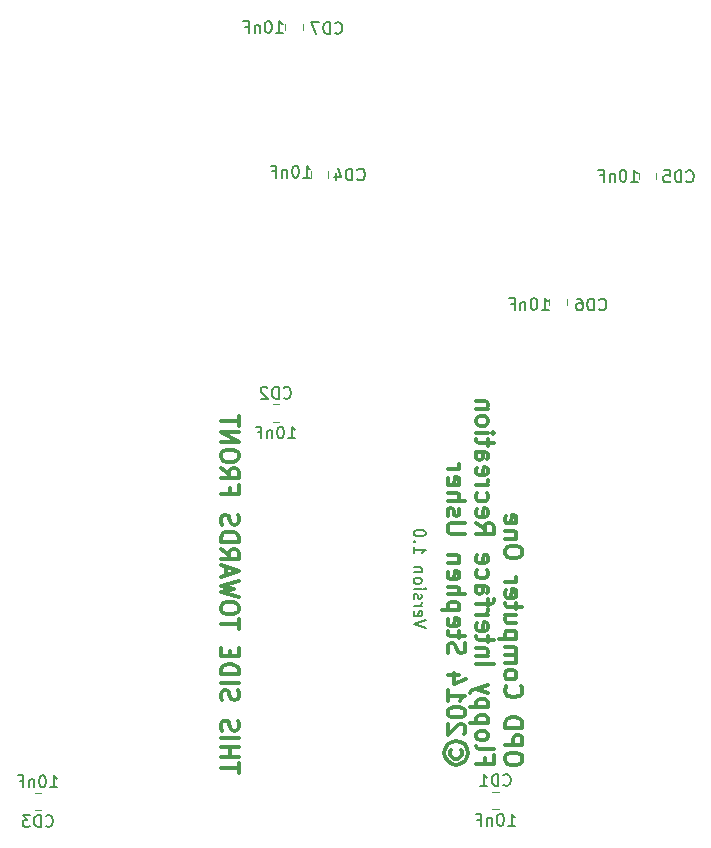
<source format=gbr>
%TF.GenerationSoftware,KiCad,Pcbnew,8.0.3*%
%TF.CreationDate,2024-07-14T11:05:28+01:00*%
%TF.ProjectId,OPD-Computer-One-Disk-Interface,4f50442d-436f-46d7-9075-7465722d4f6e,rev?*%
%TF.SameCoordinates,Original*%
%TF.FileFunction,Legend,Bot*%
%TF.FilePolarity,Positive*%
%FSLAX46Y46*%
G04 Gerber Fmt 4.6, Leading zero omitted, Abs format (unit mm)*
G04 Created by KiCad (PCBNEW 8.0.3) date 2024-07-14 11:05:28*
%MOMM*%
%LPD*%
G01*
G04 APERTURE LIST*
%ADD10C,0.150000*%
%ADD11C,0.300000*%
%ADD12C,0.375000*%
%ADD13C,0.120000*%
G04 APERTURE END LIST*
D10*
X104430180Y-88606077D02*
X103430180Y-88272744D01*
X103430180Y-88272744D02*
X104430180Y-87939411D01*
X103477800Y-87225125D02*
X103430180Y-87320363D01*
X103430180Y-87320363D02*
X103430180Y-87510839D01*
X103430180Y-87510839D02*
X103477800Y-87606077D01*
X103477800Y-87606077D02*
X103573038Y-87653696D01*
X103573038Y-87653696D02*
X103953990Y-87653696D01*
X103953990Y-87653696D02*
X104049228Y-87606077D01*
X104049228Y-87606077D02*
X104096847Y-87510839D01*
X104096847Y-87510839D02*
X104096847Y-87320363D01*
X104096847Y-87320363D02*
X104049228Y-87225125D01*
X104049228Y-87225125D02*
X103953990Y-87177506D01*
X103953990Y-87177506D02*
X103858752Y-87177506D01*
X103858752Y-87177506D02*
X103763514Y-87653696D01*
X103430180Y-86748934D02*
X104096847Y-86748934D01*
X103906371Y-86748934D02*
X104001609Y-86701315D01*
X104001609Y-86701315D02*
X104049228Y-86653696D01*
X104049228Y-86653696D02*
X104096847Y-86558458D01*
X104096847Y-86558458D02*
X104096847Y-86463220D01*
X103477800Y-86177505D02*
X103430180Y-86082267D01*
X103430180Y-86082267D02*
X103430180Y-85891791D01*
X103430180Y-85891791D02*
X103477800Y-85796553D01*
X103477800Y-85796553D02*
X103573038Y-85748934D01*
X103573038Y-85748934D02*
X103620657Y-85748934D01*
X103620657Y-85748934D02*
X103715895Y-85796553D01*
X103715895Y-85796553D02*
X103763514Y-85891791D01*
X103763514Y-85891791D02*
X103763514Y-86034648D01*
X103763514Y-86034648D02*
X103811133Y-86129886D01*
X103811133Y-86129886D02*
X103906371Y-86177505D01*
X103906371Y-86177505D02*
X103953990Y-86177505D01*
X103953990Y-86177505D02*
X104049228Y-86129886D01*
X104049228Y-86129886D02*
X104096847Y-86034648D01*
X104096847Y-86034648D02*
X104096847Y-85891791D01*
X104096847Y-85891791D02*
X104049228Y-85796553D01*
X103430180Y-85320362D02*
X104096847Y-85320362D01*
X104430180Y-85320362D02*
X104382561Y-85367981D01*
X104382561Y-85367981D02*
X104334942Y-85320362D01*
X104334942Y-85320362D02*
X104382561Y-85272743D01*
X104382561Y-85272743D02*
X104430180Y-85320362D01*
X104430180Y-85320362D02*
X104334942Y-85320362D01*
X103430180Y-84701315D02*
X103477800Y-84796553D01*
X103477800Y-84796553D02*
X103525419Y-84844172D01*
X103525419Y-84844172D02*
X103620657Y-84891791D01*
X103620657Y-84891791D02*
X103906371Y-84891791D01*
X103906371Y-84891791D02*
X104001609Y-84844172D01*
X104001609Y-84844172D02*
X104049228Y-84796553D01*
X104049228Y-84796553D02*
X104096847Y-84701315D01*
X104096847Y-84701315D02*
X104096847Y-84558458D01*
X104096847Y-84558458D02*
X104049228Y-84463220D01*
X104049228Y-84463220D02*
X104001609Y-84415601D01*
X104001609Y-84415601D02*
X103906371Y-84367982D01*
X103906371Y-84367982D02*
X103620657Y-84367982D01*
X103620657Y-84367982D02*
X103525419Y-84415601D01*
X103525419Y-84415601D02*
X103477800Y-84463220D01*
X103477800Y-84463220D02*
X103430180Y-84558458D01*
X103430180Y-84558458D02*
X103430180Y-84701315D01*
X104096847Y-83939410D02*
X103430180Y-83939410D01*
X104001609Y-83939410D02*
X104049228Y-83891791D01*
X104049228Y-83891791D02*
X104096847Y-83796553D01*
X104096847Y-83796553D02*
X104096847Y-83653696D01*
X104096847Y-83653696D02*
X104049228Y-83558458D01*
X104049228Y-83558458D02*
X103953990Y-83510839D01*
X103953990Y-83510839D02*
X103430180Y-83510839D01*
X103430180Y-81748934D02*
X103430180Y-82320362D01*
X103430180Y-82034648D02*
X104430180Y-82034648D01*
X104430180Y-82034648D02*
X104287323Y-82129886D01*
X104287323Y-82129886D02*
X104192085Y-82225124D01*
X104192085Y-82225124D02*
X104144466Y-82320362D01*
X103525419Y-81320362D02*
X103477800Y-81272743D01*
X103477800Y-81272743D02*
X103430180Y-81320362D01*
X103430180Y-81320362D02*
X103477800Y-81367981D01*
X103477800Y-81367981D02*
X103525419Y-81320362D01*
X103525419Y-81320362D02*
X103430180Y-81320362D01*
X104430180Y-80653696D02*
X104430180Y-80558458D01*
X104430180Y-80558458D02*
X104382561Y-80463220D01*
X104382561Y-80463220D02*
X104334942Y-80415601D01*
X104334942Y-80415601D02*
X104239704Y-80367982D01*
X104239704Y-80367982D02*
X104049228Y-80320363D01*
X104049228Y-80320363D02*
X103811133Y-80320363D01*
X103811133Y-80320363D02*
X103620657Y-80367982D01*
X103620657Y-80367982D02*
X103525419Y-80415601D01*
X103525419Y-80415601D02*
X103477800Y-80463220D01*
X103477800Y-80463220D02*
X103430180Y-80558458D01*
X103430180Y-80558458D02*
X103430180Y-80653696D01*
X103430180Y-80653696D02*
X103477800Y-80748934D01*
X103477800Y-80748934D02*
X103525419Y-80796553D01*
X103525419Y-80796553D02*
X103620657Y-80844172D01*
X103620657Y-80844172D02*
X103811133Y-80891791D01*
X103811133Y-80891791D02*
X104049228Y-80891791D01*
X104049228Y-80891791D02*
X104239704Y-80844172D01*
X104239704Y-80844172D02*
X104334942Y-80796553D01*
X104334942Y-80796553D02*
X104382561Y-80748934D01*
X104382561Y-80748934D02*
X104430180Y-80653696D01*
D11*
X112629003Y-99859774D02*
X112629003Y-99574060D01*
X112629003Y-99574060D02*
X112557574Y-99431203D01*
X112557574Y-99431203D02*
X112414717Y-99288346D01*
X112414717Y-99288346D02*
X112129003Y-99216917D01*
X112129003Y-99216917D02*
X111629003Y-99216917D01*
X111629003Y-99216917D02*
X111343289Y-99288346D01*
X111343289Y-99288346D02*
X111200432Y-99431203D01*
X111200432Y-99431203D02*
X111129003Y-99574060D01*
X111129003Y-99574060D02*
X111129003Y-99859774D01*
X111129003Y-99859774D02*
X111200432Y-100002632D01*
X111200432Y-100002632D02*
X111343289Y-100145489D01*
X111343289Y-100145489D02*
X111629003Y-100216917D01*
X111629003Y-100216917D02*
X112129003Y-100216917D01*
X112129003Y-100216917D02*
X112414717Y-100145489D01*
X112414717Y-100145489D02*
X112557574Y-100002632D01*
X112557574Y-100002632D02*
X112629003Y-99859774D01*
X111129003Y-98574060D02*
X112629003Y-98574060D01*
X112629003Y-98574060D02*
X112629003Y-98002631D01*
X112629003Y-98002631D02*
X112557574Y-97859774D01*
X112557574Y-97859774D02*
X112486146Y-97788345D01*
X112486146Y-97788345D02*
X112343289Y-97716917D01*
X112343289Y-97716917D02*
X112129003Y-97716917D01*
X112129003Y-97716917D02*
X111986146Y-97788345D01*
X111986146Y-97788345D02*
X111914717Y-97859774D01*
X111914717Y-97859774D02*
X111843289Y-98002631D01*
X111843289Y-98002631D02*
X111843289Y-98574060D01*
X111129003Y-97074060D02*
X112629003Y-97074060D01*
X112629003Y-97074060D02*
X112629003Y-96716917D01*
X112629003Y-96716917D02*
X112557574Y-96502631D01*
X112557574Y-96502631D02*
X112414717Y-96359774D01*
X112414717Y-96359774D02*
X112271860Y-96288345D01*
X112271860Y-96288345D02*
X111986146Y-96216917D01*
X111986146Y-96216917D02*
X111771860Y-96216917D01*
X111771860Y-96216917D02*
X111486146Y-96288345D01*
X111486146Y-96288345D02*
X111343289Y-96359774D01*
X111343289Y-96359774D02*
X111200432Y-96502631D01*
X111200432Y-96502631D02*
X111129003Y-96716917D01*
X111129003Y-96716917D02*
X111129003Y-97074060D01*
X111271860Y-93574060D02*
X111200432Y-93645488D01*
X111200432Y-93645488D02*
X111129003Y-93859774D01*
X111129003Y-93859774D02*
X111129003Y-94002631D01*
X111129003Y-94002631D02*
X111200432Y-94216917D01*
X111200432Y-94216917D02*
X111343289Y-94359774D01*
X111343289Y-94359774D02*
X111486146Y-94431203D01*
X111486146Y-94431203D02*
X111771860Y-94502631D01*
X111771860Y-94502631D02*
X111986146Y-94502631D01*
X111986146Y-94502631D02*
X112271860Y-94431203D01*
X112271860Y-94431203D02*
X112414717Y-94359774D01*
X112414717Y-94359774D02*
X112557574Y-94216917D01*
X112557574Y-94216917D02*
X112629003Y-94002631D01*
X112629003Y-94002631D02*
X112629003Y-93859774D01*
X112629003Y-93859774D02*
X112557574Y-93645488D01*
X112557574Y-93645488D02*
X112486146Y-93574060D01*
X111129003Y-92716917D02*
X111200432Y-92859774D01*
X111200432Y-92859774D02*
X111271860Y-92931203D01*
X111271860Y-92931203D02*
X111414717Y-93002631D01*
X111414717Y-93002631D02*
X111843289Y-93002631D01*
X111843289Y-93002631D02*
X111986146Y-92931203D01*
X111986146Y-92931203D02*
X112057574Y-92859774D01*
X112057574Y-92859774D02*
X112129003Y-92716917D01*
X112129003Y-92716917D02*
X112129003Y-92502631D01*
X112129003Y-92502631D02*
X112057574Y-92359774D01*
X112057574Y-92359774D02*
X111986146Y-92288346D01*
X111986146Y-92288346D02*
X111843289Y-92216917D01*
X111843289Y-92216917D02*
X111414717Y-92216917D01*
X111414717Y-92216917D02*
X111271860Y-92288346D01*
X111271860Y-92288346D02*
X111200432Y-92359774D01*
X111200432Y-92359774D02*
X111129003Y-92502631D01*
X111129003Y-92502631D02*
X111129003Y-92716917D01*
X111129003Y-91574060D02*
X112129003Y-91574060D01*
X111986146Y-91574060D02*
X112057574Y-91502631D01*
X112057574Y-91502631D02*
X112129003Y-91359774D01*
X112129003Y-91359774D02*
X112129003Y-91145488D01*
X112129003Y-91145488D02*
X112057574Y-91002631D01*
X112057574Y-91002631D02*
X111914717Y-90931203D01*
X111914717Y-90931203D02*
X111129003Y-90931203D01*
X111914717Y-90931203D02*
X112057574Y-90859774D01*
X112057574Y-90859774D02*
X112129003Y-90716917D01*
X112129003Y-90716917D02*
X112129003Y-90502631D01*
X112129003Y-90502631D02*
X112057574Y-90359774D01*
X112057574Y-90359774D02*
X111914717Y-90288345D01*
X111914717Y-90288345D02*
X111129003Y-90288345D01*
X112129003Y-89574060D02*
X110629003Y-89574060D01*
X112057574Y-89574060D02*
X112129003Y-89431203D01*
X112129003Y-89431203D02*
X112129003Y-89145488D01*
X112129003Y-89145488D02*
X112057574Y-89002631D01*
X112057574Y-89002631D02*
X111986146Y-88931203D01*
X111986146Y-88931203D02*
X111843289Y-88859774D01*
X111843289Y-88859774D02*
X111414717Y-88859774D01*
X111414717Y-88859774D02*
X111271860Y-88931203D01*
X111271860Y-88931203D02*
X111200432Y-89002631D01*
X111200432Y-89002631D02*
X111129003Y-89145488D01*
X111129003Y-89145488D02*
X111129003Y-89431203D01*
X111129003Y-89431203D02*
X111200432Y-89574060D01*
X112129003Y-87574060D02*
X111129003Y-87574060D01*
X112129003Y-88216917D02*
X111343289Y-88216917D01*
X111343289Y-88216917D02*
X111200432Y-88145488D01*
X111200432Y-88145488D02*
X111129003Y-88002631D01*
X111129003Y-88002631D02*
X111129003Y-87788345D01*
X111129003Y-87788345D02*
X111200432Y-87645488D01*
X111200432Y-87645488D02*
X111271860Y-87574060D01*
X112129003Y-87074059D02*
X112129003Y-86502631D01*
X112629003Y-86859774D02*
X111343289Y-86859774D01*
X111343289Y-86859774D02*
X111200432Y-86788345D01*
X111200432Y-86788345D02*
X111129003Y-86645488D01*
X111129003Y-86645488D02*
X111129003Y-86502631D01*
X111200432Y-85431202D02*
X111129003Y-85574059D01*
X111129003Y-85574059D02*
X111129003Y-85859774D01*
X111129003Y-85859774D02*
X111200432Y-86002631D01*
X111200432Y-86002631D02*
X111343289Y-86074059D01*
X111343289Y-86074059D02*
X111914717Y-86074059D01*
X111914717Y-86074059D02*
X112057574Y-86002631D01*
X112057574Y-86002631D02*
X112129003Y-85859774D01*
X112129003Y-85859774D02*
X112129003Y-85574059D01*
X112129003Y-85574059D02*
X112057574Y-85431202D01*
X112057574Y-85431202D02*
X111914717Y-85359774D01*
X111914717Y-85359774D02*
X111771860Y-85359774D01*
X111771860Y-85359774D02*
X111629003Y-86074059D01*
X111129003Y-84716917D02*
X112129003Y-84716917D01*
X111843289Y-84716917D02*
X111986146Y-84645488D01*
X111986146Y-84645488D02*
X112057574Y-84574060D01*
X112057574Y-84574060D02*
X112129003Y-84431202D01*
X112129003Y-84431202D02*
X112129003Y-84288345D01*
X112629003Y-82359774D02*
X112629003Y-82074060D01*
X112629003Y-82074060D02*
X112557574Y-81931203D01*
X112557574Y-81931203D02*
X112414717Y-81788346D01*
X112414717Y-81788346D02*
X112129003Y-81716917D01*
X112129003Y-81716917D02*
X111629003Y-81716917D01*
X111629003Y-81716917D02*
X111343289Y-81788346D01*
X111343289Y-81788346D02*
X111200432Y-81931203D01*
X111200432Y-81931203D02*
X111129003Y-82074060D01*
X111129003Y-82074060D02*
X111129003Y-82359774D01*
X111129003Y-82359774D02*
X111200432Y-82502632D01*
X111200432Y-82502632D02*
X111343289Y-82645489D01*
X111343289Y-82645489D02*
X111629003Y-82716917D01*
X111629003Y-82716917D02*
X112129003Y-82716917D01*
X112129003Y-82716917D02*
X112414717Y-82645489D01*
X112414717Y-82645489D02*
X112557574Y-82502632D01*
X112557574Y-82502632D02*
X112629003Y-82359774D01*
X112129003Y-81074060D02*
X111129003Y-81074060D01*
X111986146Y-81074060D02*
X112057574Y-81002631D01*
X112057574Y-81002631D02*
X112129003Y-80859774D01*
X112129003Y-80859774D02*
X112129003Y-80645488D01*
X112129003Y-80645488D02*
X112057574Y-80502631D01*
X112057574Y-80502631D02*
X111914717Y-80431203D01*
X111914717Y-80431203D02*
X111129003Y-80431203D01*
X111200432Y-79145488D02*
X111129003Y-79288345D01*
X111129003Y-79288345D02*
X111129003Y-79574060D01*
X111129003Y-79574060D02*
X111200432Y-79716917D01*
X111200432Y-79716917D02*
X111343289Y-79788345D01*
X111343289Y-79788345D02*
X111914717Y-79788345D01*
X111914717Y-79788345D02*
X112057574Y-79716917D01*
X112057574Y-79716917D02*
X112129003Y-79574060D01*
X112129003Y-79574060D02*
X112129003Y-79288345D01*
X112129003Y-79288345D02*
X112057574Y-79145488D01*
X112057574Y-79145488D02*
X111914717Y-79074060D01*
X111914717Y-79074060D02*
X111771860Y-79074060D01*
X111771860Y-79074060D02*
X111629003Y-79788345D01*
X109499801Y-99645489D02*
X109499801Y-100145489D01*
X108714087Y-100145489D02*
X110214087Y-100145489D01*
X110214087Y-100145489D02*
X110214087Y-99431203D01*
X108714087Y-98645489D02*
X108785516Y-98788346D01*
X108785516Y-98788346D02*
X108928373Y-98859775D01*
X108928373Y-98859775D02*
X110214087Y-98859775D01*
X108714087Y-97859775D02*
X108785516Y-98002632D01*
X108785516Y-98002632D02*
X108856944Y-98074061D01*
X108856944Y-98074061D02*
X108999801Y-98145489D01*
X108999801Y-98145489D02*
X109428373Y-98145489D01*
X109428373Y-98145489D02*
X109571230Y-98074061D01*
X109571230Y-98074061D02*
X109642658Y-98002632D01*
X109642658Y-98002632D02*
X109714087Y-97859775D01*
X109714087Y-97859775D02*
X109714087Y-97645489D01*
X109714087Y-97645489D02*
X109642658Y-97502632D01*
X109642658Y-97502632D02*
X109571230Y-97431204D01*
X109571230Y-97431204D02*
X109428373Y-97359775D01*
X109428373Y-97359775D02*
X108999801Y-97359775D01*
X108999801Y-97359775D02*
X108856944Y-97431204D01*
X108856944Y-97431204D02*
X108785516Y-97502632D01*
X108785516Y-97502632D02*
X108714087Y-97645489D01*
X108714087Y-97645489D02*
X108714087Y-97859775D01*
X109714087Y-96716918D02*
X108214087Y-96716918D01*
X109642658Y-96716918D02*
X109714087Y-96574061D01*
X109714087Y-96574061D02*
X109714087Y-96288346D01*
X109714087Y-96288346D02*
X109642658Y-96145489D01*
X109642658Y-96145489D02*
X109571230Y-96074061D01*
X109571230Y-96074061D02*
X109428373Y-96002632D01*
X109428373Y-96002632D02*
X108999801Y-96002632D01*
X108999801Y-96002632D02*
X108856944Y-96074061D01*
X108856944Y-96074061D02*
X108785516Y-96145489D01*
X108785516Y-96145489D02*
X108714087Y-96288346D01*
X108714087Y-96288346D02*
X108714087Y-96574061D01*
X108714087Y-96574061D02*
X108785516Y-96716918D01*
X109714087Y-95359775D02*
X108214087Y-95359775D01*
X109642658Y-95359775D02*
X109714087Y-95216918D01*
X109714087Y-95216918D02*
X109714087Y-94931203D01*
X109714087Y-94931203D02*
X109642658Y-94788346D01*
X109642658Y-94788346D02*
X109571230Y-94716918D01*
X109571230Y-94716918D02*
X109428373Y-94645489D01*
X109428373Y-94645489D02*
X108999801Y-94645489D01*
X108999801Y-94645489D02*
X108856944Y-94716918D01*
X108856944Y-94716918D02*
X108785516Y-94788346D01*
X108785516Y-94788346D02*
X108714087Y-94931203D01*
X108714087Y-94931203D02*
X108714087Y-95216918D01*
X108714087Y-95216918D02*
X108785516Y-95359775D01*
X109714087Y-94145489D02*
X108714087Y-93788346D01*
X109714087Y-93431203D02*
X108714087Y-93788346D01*
X108714087Y-93788346D02*
X108356944Y-93931203D01*
X108356944Y-93931203D02*
X108285516Y-94002632D01*
X108285516Y-94002632D02*
X108214087Y-94145489D01*
X108714087Y-91716918D02*
X110214087Y-91716918D01*
X109714087Y-91002632D02*
X108714087Y-91002632D01*
X109571230Y-91002632D02*
X109642658Y-90931203D01*
X109642658Y-90931203D02*
X109714087Y-90788346D01*
X109714087Y-90788346D02*
X109714087Y-90574060D01*
X109714087Y-90574060D02*
X109642658Y-90431203D01*
X109642658Y-90431203D02*
X109499801Y-90359775D01*
X109499801Y-90359775D02*
X108714087Y-90359775D01*
X109714087Y-89859774D02*
X109714087Y-89288346D01*
X110214087Y-89645489D02*
X108928373Y-89645489D01*
X108928373Y-89645489D02*
X108785516Y-89574060D01*
X108785516Y-89574060D02*
X108714087Y-89431203D01*
X108714087Y-89431203D02*
X108714087Y-89288346D01*
X108785516Y-88216917D02*
X108714087Y-88359774D01*
X108714087Y-88359774D02*
X108714087Y-88645489D01*
X108714087Y-88645489D02*
X108785516Y-88788346D01*
X108785516Y-88788346D02*
X108928373Y-88859774D01*
X108928373Y-88859774D02*
X109499801Y-88859774D01*
X109499801Y-88859774D02*
X109642658Y-88788346D01*
X109642658Y-88788346D02*
X109714087Y-88645489D01*
X109714087Y-88645489D02*
X109714087Y-88359774D01*
X109714087Y-88359774D02*
X109642658Y-88216917D01*
X109642658Y-88216917D02*
X109499801Y-88145489D01*
X109499801Y-88145489D02*
X109356944Y-88145489D01*
X109356944Y-88145489D02*
X109214087Y-88859774D01*
X108714087Y-87502632D02*
X109714087Y-87502632D01*
X109428373Y-87502632D02*
X109571230Y-87431203D01*
X109571230Y-87431203D02*
X109642658Y-87359775D01*
X109642658Y-87359775D02*
X109714087Y-87216917D01*
X109714087Y-87216917D02*
X109714087Y-87074060D01*
X109714087Y-86788346D02*
X109714087Y-86216918D01*
X108714087Y-86574061D02*
X109999801Y-86574061D01*
X109999801Y-86574061D02*
X110142658Y-86502632D01*
X110142658Y-86502632D02*
X110214087Y-86359775D01*
X110214087Y-86359775D02*
X110214087Y-86216918D01*
X108714087Y-85074061D02*
X109499801Y-85074061D01*
X109499801Y-85074061D02*
X109642658Y-85145489D01*
X109642658Y-85145489D02*
X109714087Y-85288346D01*
X109714087Y-85288346D02*
X109714087Y-85574061D01*
X109714087Y-85574061D02*
X109642658Y-85716918D01*
X108785516Y-85074061D02*
X108714087Y-85216918D01*
X108714087Y-85216918D02*
X108714087Y-85574061D01*
X108714087Y-85574061D02*
X108785516Y-85716918D01*
X108785516Y-85716918D02*
X108928373Y-85788346D01*
X108928373Y-85788346D02*
X109071230Y-85788346D01*
X109071230Y-85788346D02*
X109214087Y-85716918D01*
X109214087Y-85716918D02*
X109285516Y-85574061D01*
X109285516Y-85574061D02*
X109285516Y-85216918D01*
X109285516Y-85216918D02*
X109356944Y-85074061D01*
X108785516Y-83716918D02*
X108714087Y-83859775D01*
X108714087Y-83859775D02*
X108714087Y-84145489D01*
X108714087Y-84145489D02*
X108785516Y-84288346D01*
X108785516Y-84288346D02*
X108856944Y-84359775D01*
X108856944Y-84359775D02*
X108999801Y-84431203D01*
X108999801Y-84431203D02*
X109428373Y-84431203D01*
X109428373Y-84431203D02*
X109571230Y-84359775D01*
X109571230Y-84359775D02*
X109642658Y-84288346D01*
X109642658Y-84288346D02*
X109714087Y-84145489D01*
X109714087Y-84145489D02*
X109714087Y-83859775D01*
X109714087Y-83859775D02*
X109642658Y-83716918D01*
X108785516Y-82502632D02*
X108714087Y-82645489D01*
X108714087Y-82645489D02*
X108714087Y-82931204D01*
X108714087Y-82931204D02*
X108785516Y-83074061D01*
X108785516Y-83074061D02*
X108928373Y-83145489D01*
X108928373Y-83145489D02*
X109499801Y-83145489D01*
X109499801Y-83145489D02*
X109642658Y-83074061D01*
X109642658Y-83074061D02*
X109714087Y-82931204D01*
X109714087Y-82931204D02*
X109714087Y-82645489D01*
X109714087Y-82645489D02*
X109642658Y-82502632D01*
X109642658Y-82502632D02*
X109499801Y-82431204D01*
X109499801Y-82431204D02*
X109356944Y-82431204D01*
X109356944Y-82431204D02*
X109214087Y-83145489D01*
X108714087Y-79788347D02*
X109428373Y-80288347D01*
X108714087Y-80645490D02*
X110214087Y-80645490D01*
X110214087Y-80645490D02*
X110214087Y-80074061D01*
X110214087Y-80074061D02*
X110142658Y-79931204D01*
X110142658Y-79931204D02*
X110071230Y-79859775D01*
X110071230Y-79859775D02*
X109928373Y-79788347D01*
X109928373Y-79788347D02*
X109714087Y-79788347D01*
X109714087Y-79788347D02*
X109571230Y-79859775D01*
X109571230Y-79859775D02*
X109499801Y-79931204D01*
X109499801Y-79931204D02*
X109428373Y-80074061D01*
X109428373Y-80074061D02*
X109428373Y-80645490D01*
X108785516Y-78574061D02*
X108714087Y-78716918D01*
X108714087Y-78716918D02*
X108714087Y-79002633D01*
X108714087Y-79002633D02*
X108785516Y-79145490D01*
X108785516Y-79145490D02*
X108928373Y-79216918D01*
X108928373Y-79216918D02*
X109499801Y-79216918D01*
X109499801Y-79216918D02*
X109642658Y-79145490D01*
X109642658Y-79145490D02*
X109714087Y-79002633D01*
X109714087Y-79002633D02*
X109714087Y-78716918D01*
X109714087Y-78716918D02*
X109642658Y-78574061D01*
X109642658Y-78574061D02*
X109499801Y-78502633D01*
X109499801Y-78502633D02*
X109356944Y-78502633D01*
X109356944Y-78502633D02*
X109214087Y-79216918D01*
X108785516Y-77216919D02*
X108714087Y-77359776D01*
X108714087Y-77359776D02*
X108714087Y-77645490D01*
X108714087Y-77645490D02*
X108785516Y-77788347D01*
X108785516Y-77788347D02*
X108856944Y-77859776D01*
X108856944Y-77859776D02*
X108999801Y-77931204D01*
X108999801Y-77931204D02*
X109428373Y-77931204D01*
X109428373Y-77931204D02*
X109571230Y-77859776D01*
X109571230Y-77859776D02*
X109642658Y-77788347D01*
X109642658Y-77788347D02*
X109714087Y-77645490D01*
X109714087Y-77645490D02*
X109714087Y-77359776D01*
X109714087Y-77359776D02*
X109642658Y-77216919D01*
X108714087Y-76574062D02*
X109714087Y-76574062D01*
X109428373Y-76574062D02*
X109571230Y-76502633D01*
X109571230Y-76502633D02*
X109642658Y-76431205D01*
X109642658Y-76431205D02*
X109714087Y-76288347D01*
X109714087Y-76288347D02*
X109714087Y-76145490D01*
X108785516Y-75074062D02*
X108714087Y-75216919D01*
X108714087Y-75216919D02*
X108714087Y-75502634D01*
X108714087Y-75502634D02*
X108785516Y-75645491D01*
X108785516Y-75645491D02*
X108928373Y-75716919D01*
X108928373Y-75716919D02*
X109499801Y-75716919D01*
X109499801Y-75716919D02*
X109642658Y-75645491D01*
X109642658Y-75645491D02*
X109714087Y-75502634D01*
X109714087Y-75502634D02*
X109714087Y-75216919D01*
X109714087Y-75216919D02*
X109642658Y-75074062D01*
X109642658Y-75074062D02*
X109499801Y-75002634D01*
X109499801Y-75002634D02*
X109356944Y-75002634D01*
X109356944Y-75002634D02*
X109214087Y-75716919D01*
X108714087Y-73716920D02*
X109499801Y-73716920D01*
X109499801Y-73716920D02*
X109642658Y-73788348D01*
X109642658Y-73788348D02*
X109714087Y-73931205D01*
X109714087Y-73931205D02*
X109714087Y-74216920D01*
X109714087Y-74216920D02*
X109642658Y-74359777D01*
X108785516Y-73716920D02*
X108714087Y-73859777D01*
X108714087Y-73859777D02*
X108714087Y-74216920D01*
X108714087Y-74216920D02*
X108785516Y-74359777D01*
X108785516Y-74359777D02*
X108928373Y-74431205D01*
X108928373Y-74431205D02*
X109071230Y-74431205D01*
X109071230Y-74431205D02*
X109214087Y-74359777D01*
X109214087Y-74359777D02*
X109285516Y-74216920D01*
X109285516Y-74216920D02*
X109285516Y-73859777D01*
X109285516Y-73859777D02*
X109356944Y-73716920D01*
X109714087Y-73216919D02*
X109714087Y-72645491D01*
X110214087Y-73002634D02*
X108928373Y-73002634D01*
X108928373Y-73002634D02*
X108785516Y-72931205D01*
X108785516Y-72931205D02*
X108714087Y-72788348D01*
X108714087Y-72788348D02*
X108714087Y-72645491D01*
X108714087Y-72145491D02*
X109714087Y-72145491D01*
X110214087Y-72145491D02*
X110142658Y-72216919D01*
X110142658Y-72216919D02*
X110071230Y-72145491D01*
X110071230Y-72145491D02*
X110142658Y-72074062D01*
X110142658Y-72074062D02*
X110214087Y-72145491D01*
X110214087Y-72145491D02*
X110071230Y-72145491D01*
X108714087Y-71216919D02*
X108785516Y-71359776D01*
X108785516Y-71359776D02*
X108856944Y-71431205D01*
X108856944Y-71431205D02*
X108999801Y-71502633D01*
X108999801Y-71502633D02*
X109428373Y-71502633D01*
X109428373Y-71502633D02*
X109571230Y-71431205D01*
X109571230Y-71431205D02*
X109642658Y-71359776D01*
X109642658Y-71359776D02*
X109714087Y-71216919D01*
X109714087Y-71216919D02*
X109714087Y-71002633D01*
X109714087Y-71002633D02*
X109642658Y-70859776D01*
X109642658Y-70859776D02*
X109571230Y-70788348D01*
X109571230Y-70788348D02*
X109428373Y-70716919D01*
X109428373Y-70716919D02*
X108999801Y-70716919D01*
X108999801Y-70716919D02*
X108856944Y-70788348D01*
X108856944Y-70788348D02*
X108785516Y-70859776D01*
X108785516Y-70859776D02*
X108714087Y-71002633D01*
X108714087Y-71002633D02*
X108714087Y-71216919D01*
X109714087Y-70074062D02*
X108714087Y-70074062D01*
X109571230Y-70074062D02*
X109642658Y-70002633D01*
X109642658Y-70002633D02*
X109714087Y-69859776D01*
X109714087Y-69859776D02*
X109714087Y-69645490D01*
X109714087Y-69645490D02*
X109642658Y-69502633D01*
X109642658Y-69502633D02*
X109499801Y-69431205D01*
X109499801Y-69431205D02*
X108714087Y-69431205D01*
X107442028Y-98931203D02*
X107513457Y-99074060D01*
X107513457Y-99074060D02*
X107513457Y-99359774D01*
X107513457Y-99359774D02*
X107442028Y-99502632D01*
X107442028Y-99502632D02*
X107299171Y-99645489D01*
X107299171Y-99645489D02*
X107156314Y-99716917D01*
X107156314Y-99716917D02*
X106870600Y-99716917D01*
X106870600Y-99716917D02*
X106727742Y-99645489D01*
X106727742Y-99645489D02*
X106584885Y-99502632D01*
X106584885Y-99502632D02*
X106513457Y-99359774D01*
X106513457Y-99359774D02*
X106513457Y-99074060D01*
X106513457Y-99074060D02*
X106584885Y-98931203D01*
X108013457Y-99216917D02*
X107942028Y-99574060D01*
X107942028Y-99574060D02*
X107727742Y-99931203D01*
X107727742Y-99931203D02*
X107370600Y-100145489D01*
X107370600Y-100145489D02*
X107013457Y-100216917D01*
X107013457Y-100216917D02*
X106656314Y-100145489D01*
X106656314Y-100145489D02*
X106299171Y-99931203D01*
X106299171Y-99931203D02*
X106084885Y-99574060D01*
X106084885Y-99574060D02*
X106013457Y-99216917D01*
X106013457Y-99216917D02*
X106084885Y-98859774D01*
X106084885Y-98859774D02*
X106299171Y-98502632D01*
X106299171Y-98502632D02*
X106656314Y-98288346D01*
X106656314Y-98288346D02*
X107013457Y-98216917D01*
X107013457Y-98216917D02*
X107370600Y-98288346D01*
X107370600Y-98288346D02*
X107727742Y-98502632D01*
X107727742Y-98502632D02*
X107942028Y-98859774D01*
X107942028Y-98859774D02*
X108013457Y-99216917D01*
X107656314Y-97645488D02*
X107727742Y-97574060D01*
X107727742Y-97574060D02*
X107799171Y-97431203D01*
X107799171Y-97431203D02*
X107799171Y-97074060D01*
X107799171Y-97074060D02*
X107727742Y-96931203D01*
X107727742Y-96931203D02*
X107656314Y-96859774D01*
X107656314Y-96859774D02*
X107513457Y-96788345D01*
X107513457Y-96788345D02*
X107370600Y-96788345D01*
X107370600Y-96788345D02*
X107156314Y-96859774D01*
X107156314Y-96859774D02*
X106299171Y-97716917D01*
X106299171Y-97716917D02*
X106299171Y-96788345D01*
X107799171Y-95859774D02*
X107799171Y-95716917D01*
X107799171Y-95716917D02*
X107727742Y-95574060D01*
X107727742Y-95574060D02*
X107656314Y-95502632D01*
X107656314Y-95502632D02*
X107513457Y-95431203D01*
X107513457Y-95431203D02*
X107227742Y-95359774D01*
X107227742Y-95359774D02*
X106870600Y-95359774D01*
X106870600Y-95359774D02*
X106584885Y-95431203D01*
X106584885Y-95431203D02*
X106442028Y-95502632D01*
X106442028Y-95502632D02*
X106370600Y-95574060D01*
X106370600Y-95574060D02*
X106299171Y-95716917D01*
X106299171Y-95716917D02*
X106299171Y-95859774D01*
X106299171Y-95859774D02*
X106370600Y-96002632D01*
X106370600Y-96002632D02*
X106442028Y-96074060D01*
X106442028Y-96074060D02*
X106584885Y-96145489D01*
X106584885Y-96145489D02*
X106870600Y-96216917D01*
X106870600Y-96216917D02*
X107227742Y-96216917D01*
X107227742Y-96216917D02*
X107513457Y-96145489D01*
X107513457Y-96145489D02*
X107656314Y-96074060D01*
X107656314Y-96074060D02*
X107727742Y-96002632D01*
X107727742Y-96002632D02*
X107799171Y-95859774D01*
X106299171Y-93931203D02*
X106299171Y-94788346D01*
X106299171Y-94359775D02*
X107799171Y-94359775D01*
X107799171Y-94359775D02*
X107584885Y-94502632D01*
X107584885Y-94502632D02*
X107442028Y-94645489D01*
X107442028Y-94645489D02*
X107370600Y-94788346D01*
X107299171Y-92645490D02*
X106299171Y-92645490D01*
X107870600Y-93002632D02*
X106799171Y-93359775D01*
X106799171Y-93359775D02*
X106799171Y-92431204D01*
X106370600Y-90788347D02*
X106299171Y-90574062D01*
X106299171Y-90574062D02*
X106299171Y-90216919D01*
X106299171Y-90216919D02*
X106370600Y-90074062D01*
X106370600Y-90074062D02*
X106442028Y-90002633D01*
X106442028Y-90002633D02*
X106584885Y-89931204D01*
X106584885Y-89931204D02*
X106727742Y-89931204D01*
X106727742Y-89931204D02*
X106870600Y-90002633D01*
X106870600Y-90002633D02*
X106942028Y-90074062D01*
X106942028Y-90074062D02*
X107013457Y-90216919D01*
X107013457Y-90216919D02*
X107084885Y-90502633D01*
X107084885Y-90502633D02*
X107156314Y-90645490D01*
X107156314Y-90645490D02*
X107227742Y-90716919D01*
X107227742Y-90716919D02*
X107370600Y-90788347D01*
X107370600Y-90788347D02*
X107513457Y-90788347D01*
X107513457Y-90788347D02*
X107656314Y-90716919D01*
X107656314Y-90716919D02*
X107727742Y-90645490D01*
X107727742Y-90645490D02*
X107799171Y-90502633D01*
X107799171Y-90502633D02*
X107799171Y-90145490D01*
X107799171Y-90145490D02*
X107727742Y-89931204D01*
X107299171Y-89502633D02*
X107299171Y-88931205D01*
X107799171Y-89288348D02*
X106513457Y-89288348D01*
X106513457Y-89288348D02*
X106370600Y-89216919D01*
X106370600Y-89216919D02*
X106299171Y-89074062D01*
X106299171Y-89074062D02*
X106299171Y-88931205D01*
X106370600Y-87859776D02*
X106299171Y-88002633D01*
X106299171Y-88002633D02*
X106299171Y-88288348D01*
X106299171Y-88288348D02*
X106370600Y-88431205D01*
X106370600Y-88431205D02*
X106513457Y-88502633D01*
X106513457Y-88502633D02*
X107084885Y-88502633D01*
X107084885Y-88502633D02*
X107227742Y-88431205D01*
X107227742Y-88431205D02*
X107299171Y-88288348D01*
X107299171Y-88288348D02*
X107299171Y-88002633D01*
X107299171Y-88002633D02*
X107227742Y-87859776D01*
X107227742Y-87859776D02*
X107084885Y-87788348D01*
X107084885Y-87788348D02*
X106942028Y-87788348D01*
X106942028Y-87788348D02*
X106799171Y-88502633D01*
X107299171Y-87145491D02*
X105799171Y-87145491D01*
X107227742Y-87145491D02*
X107299171Y-87002634D01*
X107299171Y-87002634D02*
X107299171Y-86716919D01*
X107299171Y-86716919D02*
X107227742Y-86574062D01*
X107227742Y-86574062D02*
X107156314Y-86502634D01*
X107156314Y-86502634D02*
X107013457Y-86431205D01*
X107013457Y-86431205D02*
X106584885Y-86431205D01*
X106584885Y-86431205D02*
X106442028Y-86502634D01*
X106442028Y-86502634D02*
X106370600Y-86574062D01*
X106370600Y-86574062D02*
X106299171Y-86716919D01*
X106299171Y-86716919D02*
X106299171Y-87002634D01*
X106299171Y-87002634D02*
X106370600Y-87145491D01*
X106299171Y-85788348D02*
X107799171Y-85788348D01*
X106299171Y-85145491D02*
X107084885Y-85145491D01*
X107084885Y-85145491D02*
X107227742Y-85216919D01*
X107227742Y-85216919D02*
X107299171Y-85359776D01*
X107299171Y-85359776D02*
X107299171Y-85574062D01*
X107299171Y-85574062D02*
X107227742Y-85716919D01*
X107227742Y-85716919D02*
X107156314Y-85788348D01*
X106370600Y-83859776D02*
X106299171Y-84002633D01*
X106299171Y-84002633D02*
X106299171Y-84288348D01*
X106299171Y-84288348D02*
X106370600Y-84431205D01*
X106370600Y-84431205D02*
X106513457Y-84502633D01*
X106513457Y-84502633D02*
X107084885Y-84502633D01*
X107084885Y-84502633D02*
X107227742Y-84431205D01*
X107227742Y-84431205D02*
X107299171Y-84288348D01*
X107299171Y-84288348D02*
X107299171Y-84002633D01*
X107299171Y-84002633D02*
X107227742Y-83859776D01*
X107227742Y-83859776D02*
X107084885Y-83788348D01*
X107084885Y-83788348D02*
X106942028Y-83788348D01*
X106942028Y-83788348D02*
X106799171Y-84502633D01*
X107299171Y-83145491D02*
X106299171Y-83145491D01*
X107156314Y-83145491D02*
X107227742Y-83074062D01*
X107227742Y-83074062D02*
X107299171Y-82931205D01*
X107299171Y-82931205D02*
X107299171Y-82716919D01*
X107299171Y-82716919D02*
X107227742Y-82574062D01*
X107227742Y-82574062D02*
X107084885Y-82502634D01*
X107084885Y-82502634D02*
X106299171Y-82502634D01*
X107799171Y-80645491D02*
X106584885Y-80645491D01*
X106584885Y-80645491D02*
X106442028Y-80574062D01*
X106442028Y-80574062D02*
X106370600Y-80502634D01*
X106370600Y-80502634D02*
X106299171Y-80359776D01*
X106299171Y-80359776D02*
X106299171Y-80074062D01*
X106299171Y-80074062D02*
X106370600Y-79931205D01*
X106370600Y-79931205D02*
X106442028Y-79859776D01*
X106442028Y-79859776D02*
X106584885Y-79788348D01*
X106584885Y-79788348D02*
X107799171Y-79788348D01*
X106370600Y-79145490D02*
X106299171Y-79002633D01*
X106299171Y-79002633D02*
X106299171Y-78716919D01*
X106299171Y-78716919D02*
X106370600Y-78574062D01*
X106370600Y-78574062D02*
X106513457Y-78502633D01*
X106513457Y-78502633D02*
X106584885Y-78502633D01*
X106584885Y-78502633D02*
X106727742Y-78574062D01*
X106727742Y-78574062D02*
X106799171Y-78716919D01*
X106799171Y-78716919D02*
X106799171Y-78931205D01*
X106799171Y-78931205D02*
X106870600Y-79074062D01*
X106870600Y-79074062D02*
X107013457Y-79145490D01*
X107013457Y-79145490D02*
X107084885Y-79145490D01*
X107084885Y-79145490D02*
X107227742Y-79074062D01*
X107227742Y-79074062D02*
X107299171Y-78931205D01*
X107299171Y-78931205D02*
X107299171Y-78716919D01*
X107299171Y-78716919D02*
X107227742Y-78574062D01*
X106299171Y-77859776D02*
X107799171Y-77859776D01*
X106299171Y-77216919D02*
X107084885Y-77216919D01*
X107084885Y-77216919D02*
X107227742Y-77288347D01*
X107227742Y-77288347D02*
X107299171Y-77431204D01*
X107299171Y-77431204D02*
X107299171Y-77645490D01*
X107299171Y-77645490D02*
X107227742Y-77788347D01*
X107227742Y-77788347D02*
X107156314Y-77859776D01*
X106370600Y-75931204D02*
X106299171Y-76074061D01*
X106299171Y-76074061D02*
X106299171Y-76359776D01*
X106299171Y-76359776D02*
X106370600Y-76502633D01*
X106370600Y-76502633D02*
X106513457Y-76574061D01*
X106513457Y-76574061D02*
X107084885Y-76574061D01*
X107084885Y-76574061D02*
X107227742Y-76502633D01*
X107227742Y-76502633D02*
X107299171Y-76359776D01*
X107299171Y-76359776D02*
X107299171Y-76074061D01*
X107299171Y-76074061D02*
X107227742Y-75931204D01*
X107227742Y-75931204D02*
X107084885Y-75859776D01*
X107084885Y-75859776D02*
X106942028Y-75859776D01*
X106942028Y-75859776D02*
X106799171Y-76574061D01*
X106299171Y-75216919D02*
X107299171Y-75216919D01*
X107013457Y-75216919D02*
X107156314Y-75145490D01*
X107156314Y-75145490D02*
X107227742Y-75074062D01*
X107227742Y-75074062D02*
X107299171Y-74931204D01*
X107299171Y-74931204D02*
X107299171Y-74788347D01*
D12*
X88603071Y-100910432D02*
X88603071Y-100053290D01*
X87103071Y-100481861D02*
X88603071Y-100481861D01*
X87103071Y-99553290D02*
X88603071Y-99553290D01*
X87888785Y-99553290D02*
X87888785Y-98696147D01*
X87103071Y-98696147D02*
X88603071Y-98696147D01*
X87103071Y-97981861D02*
X88603071Y-97981861D01*
X87174500Y-97339003D02*
X87103071Y-97124718D01*
X87103071Y-97124718D02*
X87103071Y-96767575D01*
X87103071Y-96767575D02*
X87174500Y-96624718D01*
X87174500Y-96624718D02*
X87245928Y-96553289D01*
X87245928Y-96553289D02*
X87388785Y-96481860D01*
X87388785Y-96481860D02*
X87531642Y-96481860D01*
X87531642Y-96481860D02*
X87674500Y-96553289D01*
X87674500Y-96553289D02*
X87745928Y-96624718D01*
X87745928Y-96624718D02*
X87817357Y-96767575D01*
X87817357Y-96767575D02*
X87888785Y-97053289D01*
X87888785Y-97053289D02*
X87960214Y-97196146D01*
X87960214Y-97196146D02*
X88031642Y-97267575D01*
X88031642Y-97267575D02*
X88174500Y-97339003D01*
X88174500Y-97339003D02*
X88317357Y-97339003D01*
X88317357Y-97339003D02*
X88460214Y-97267575D01*
X88460214Y-97267575D02*
X88531642Y-97196146D01*
X88531642Y-97196146D02*
X88603071Y-97053289D01*
X88603071Y-97053289D02*
X88603071Y-96696146D01*
X88603071Y-96696146D02*
X88531642Y-96481860D01*
X87174500Y-94767575D02*
X87103071Y-94553290D01*
X87103071Y-94553290D02*
X87103071Y-94196147D01*
X87103071Y-94196147D02*
X87174500Y-94053290D01*
X87174500Y-94053290D02*
X87245928Y-93981861D01*
X87245928Y-93981861D02*
X87388785Y-93910432D01*
X87388785Y-93910432D02*
X87531642Y-93910432D01*
X87531642Y-93910432D02*
X87674500Y-93981861D01*
X87674500Y-93981861D02*
X87745928Y-94053290D01*
X87745928Y-94053290D02*
X87817357Y-94196147D01*
X87817357Y-94196147D02*
X87888785Y-94481861D01*
X87888785Y-94481861D02*
X87960214Y-94624718D01*
X87960214Y-94624718D02*
X88031642Y-94696147D01*
X88031642Y-94696147D02*
X88174500Y-94767575D01*
X88174500Y-94767575D02*
X88317357Y-94767575D01*
X88317357Y-94767575D02*
X88460214Y-94696147D01*
X88460214Y-94696147D02*
X88531642Y-94624718D01*
X88531642Y-94624718D02*
X88603071Y-94481861D01*
X88603071Y-94481861D02*
X88603071Y-94124718D01*
X88603071Y-94124718D02*
X88531642Y-93910432D01*
X87103071Y-93267576D02*
X88603071Y-93267576D01*
X87103071Y-92553290D02*
X88603071Y-92553290D01*
X88603071Y-92553290D02*
X88603071Y-92196147D01*
X88603071Y-92196147D02*
X88531642Y-91981861D01*
X88531642Y-91981861D02*
X88388785Y-91839004D01*
X88388785Y-91839004D02*
X88245928Y-91767575D01*
X88245928Y-91767575D02*
X87960214Y-91696147D01*
X87960214Y-91696147D02*
X87745928Y-91696147D01*
X87745928Y-91696147D02*
X87460214Y-91767575D01*
X87460214Y-91767575D02*
X87317357Y-91839004D01*
X87317357Y-91839004D02*
X87174500Y-91981861D01*
X87174500Y-91981861D02*
X87103071Y-92196147D01*
X87103071Y-92196147D02*
X87103071Y-92553290D01*
X87888785Y-91053290D02*
X87888785Y-90553290D01*
X87103071Y-90339004D02*
X87103071Y-91053290D01*
X87103071Y-91053290D02*
X88603071Y-91053290D01*
X88603071Y-91053290D02*
X88603071Y-90339004D01*
X88603071Y-88767575D02*
X88603071Y-87910433D01*
X87103071Y-88339004D02*
X88603071Y-88339004D01*
X88603071Y-87124718D02*
X88603071Y-86839004D01*
X88603071Y-86839004D02*
X88531642Y-86696147D01*
X88531642Y-86696147D02*
X88388785Y-86553290D01*
X88388785Y-86553290D02*
X88103071Y-86481861D01*
X88103071Y-86481861D02*
X87603071Y-86481861D01*
X87603071Y-86481861D02*
X87317357Y-86553290D01*
X87317357Y-86553290D02*
X87174500Y-86696147D01*
X87174500Y-86696147D02*
X87103071Y-86839004D01*
X87103071Y-86839004D02*
X87103071Y-87124718D01*
X87103071Y-87124718D02*
X87174500Y-87267576D01*
X87174500Y-87267576D02*
X87317357Y-87410433D01*
X87317357Y-87410433D02*
X87603071Y-87481861D01*
X87603071Y-87481861D02*
X88103071Y-87481861D01*
X88103071Y-87481861D02*
X88388785Y-87410433D01*
X88388785Y-87410433D02*
X88531642Y-87267576D01*
X88531642Y-87267576D02*
X88603071Y-87124718D01*
X88603071Y-85981861D02*
X87103071Y-85624718D01*
X87103071Y-85624718D02*
X88174500Y-85339004D01*
X88174500Y-85339004D02*
X87103071Y-85053289D01*
X87103071Y-85053289D02*
X88603071Y-84696147D01*
X87531642Y-84196146D02*
X87531642Y-83481861D01*
X87103071Y-84339003D02*
X88603071Y-83839003D01*
X88603071Y-83839003D02*
X87103071Y-83339003D01*
X87103071Y-81981861D02*
X87817357Y-82481861D01*
X87103071Y-82839004D02*
X88603071Y-82839004D01*
X88603071Y-82839004D02*
X88603071Y-82267575D01*
X88603071Y-82267575D02*
X88531642Y-82124718D01*
X88531642Y-82124718D02*
X88460214Y-82053289D01*
X88460214Y-82053289D02*
X88317357Y-81981861D01*
X88317357Y-81981861D02*
X88103071Y-81981861D01*
X88103071Y-81981861D02*
X87960214Y-82053289D01*
X87960214Y-82053289D02*
X87888785Y-82124718D01*
X87888785Y-82124718D02*
X87817357Y-82267575D01*
X87817357Y-82267575D02*
X87817357Y-82839004D01*
X87103071Y-81339004D02*
X88603071Y-81339004D01*
X88603071Y-81339004D02*
X88603071Y-80981861D01*
X88603071Y-80981861D02*
X88531642Y-80767575D01*
X88531642Y-80767575D02*
X88388785Y-80624718D01*
X88388785Y-80624718D02*
X88245928Y-80553289D01*
X88245928Y-80553289D02*
X87960214Y-80481861D01*
X87960214Y-80481861D02*
X87745928Y-80481861D01*
X87745928Y-80481861D02*
X87460214Y-80553289D01*
X87460214Y-80553289D02*
X87317357Y-80624718D01*
X87317357Y-80624718D02*
X87174500Y-80767575D01*
X87174500Y-80767575D02*
X87103071Y-80981861D01*
X87103071Y-80981861D02*
X87103071Y-81339004D01*
X87174500Y-79910432D02*
X87103071Y-79696147D01*
X87103071Y-79696147D02*
X87103071Y-79339004D01*
X87103071Y-79339004D02*
X87174500Y-79196147D01*
X87174500Y-79196147D02*
X87245928Y-79124718D01*
X87245928Y-79124718D02*
X87388785Y-79053289D01*
X87388785Y-79053289D02*
X87531642Y-79053289D01*
X87531642Y-79053289D02*
X87674500Y-79124718D01*
X87674500Y-79124718D02*
X87745928Y-79196147D01*
X87745928Y-79196147D02*
X87817357Y-79339004D01*
X87817357Y-79339004D02*
X87888785Y-79624718D01*
X87888785Y-79624718D02*
X87960214Y-79767575D01*
X87960214Y-79767575D02*
X88031642Y-79839004D01*
X88031642Y-79839004D02*
X88174500Y-79910432D01*
X88174500Y-79910432D02*
X88317357Y-79910432D01*
X88317357Y-79910432D02*
X88460214Y-79839004D01*
X88460214Y-79839004D02*
X88531642Y-79767575D01*
X88531642Y-79767575D02*
X88603071Y-79624718D01*
X88603071Y-79624718D02*
X88603071Y-79267575D01*
X88603071Y-79267575D02*
X88531642Y-79053289D01*
X87888785Y-76767576D02*
X87888785Y-77267576D01*
X87103071Y-77267576D02*
X88603071Y-77267576D01*
X88603071Y-77267576D02*
X88603071Y-76553290D01*
X87103071Y-75124719D02*
X87817357Y-75624719D01*
X87103071Y-75981862D02*
X88603071Y-75981862D01*
X88603071Y-75981862D02*
X88603071Y-75410433D01*
X88603071Y-75410433D02*
X88531642Y-75267576D01*
X88531642Y-75267576D02*
X88460214Y-75196147D01*
X88460214Y-75196147D02*
X88317357Y-75124719D01*
X88317357Y-75124719D02*
X88103071Y-75124719D01*
X88103071Y-75124719D02*
X87960214Y-75196147D01*
X87960214Y-75196147D02*
X87888785Y-75267576D01*
X87888785Y-75267576D02*
X87817357Y-75410433D01*
X87817357Y-75410433D02*
X87817357Y-75981862D01*
X88603071Y-74196147D02*
X88603071Y-73910433D01*
X88603071Y-73910433D02*
X88531642Y-73767576D01*
X88531642Y-73767576D02*
X88388785Y-73624719D01*
X88388785Y-73624719D02*
X88103071Y-73553290D01*
X88103071Y-73553290D02*
X87603071Y-73553290D01*
X87603071Y-73553290D02*
X87317357Y-73624719D01*
X87317357Y-73624719D02*
X87174500Y-73767576D01*
X87174500Y-73767576D02*
X87103071Y-73910433D01*
X87103071Y-73910433D02*
X87103071Y-74196147D01*
X87103071Y-74196147D02*
X87174500Y-74339005D01*
X87174500Y-74339005D02*
X87317357Y-74481862D01*
X87317357Y-74481862D02*
X87603071Y-74553290D01*
X87603071Y-74553290D02*
X88103071Y-74553290D01*
X88103071Y-74553290D02*
X88388785Y-74481862D01*
X88388785Y-74481862D02*
X88531642Y-74339005D01*
X88531642Y-74339005D02*
X88603071Y-74196147D01*
X87103071Y-72910433D02*
X88603071Y-72910433D01*
X88603071Y-72910433D02*
X87103071Y-72053290D01*
X87103071Y-72053290D02*
X88603071Y-72053290D01*
X88603071Y-71553289D02*
X88603071Y-70696147D01*
X87103071Y-71124718D02*
X88603071Y-71124718D01*
D10*
X96766666Y-38259580D02*
X96814285Y-38307200D01*
X96814285Y-38307200D02*
X96957142Y-38354819D01*
X96957142Y-38354819D02*
X97052380Y-38354819D01*
X97052380Y-38354819D02*
X97195237Y-38307200D01*
X97195237Y-38307200D02*
X97290475Y-38211961D01*
X97290475Y-38211961D02*
X97338094Y-38116723D01*
X97338094Y-38116723D02*
X97385713Y-37926247D01*
X97385713Y-37926247D02*
X97385713Y-37783390D01*
X97385713Y-37783390D02*
X97338094Y-37592914D01*
X97338094Y-37592914D02*
X97290475Y-37497676D01*
X97290475Y-37497676D02*
X97195237Y-37402438D01*
X97195237Y-37402438D02*
X97052380Y-37354819D01*
X97052380Y-37354819D02*
X96957142Y-37354819D01*
X96957142Y-37354819D02*
X96814285Y-37402438D01*
X96814285Y-37402438D02*
X96766666Y-37450057D01*
X96338094Y-38354819D02*
X96338094Y-37354819D01*
X96338094Y-37354819D02*
X96099999Y-37354819D01*
X96099999Y-37354819D02*
X95957142Y-37402438D01*
X95957142Y-37402438D02*
X95861904Y-37497676D01*
X95861904Y-37497676D02*
X95814285Y-37592914D01*
X95814285Y-37592914D02*
X95766666Y-37783390D01*
X95766666Y-37783390D02*
X95766666Y-37926247D01*
X95766666Y-37926247D02*
X95814285Y-38116723D01*
X95814285Y-38116723D02*
X95861904Y-38211961D01*
X95861904Y-38211961D02*
X95957142Y-38307200D01*
X95957142Y-38307200D02*
X96099999Y-38354819D01*
X96099999Y-38354819D02*
X96338094Y-38354819D01*
X95433332Y-37354819D02*
X94766666Y-37354819D01*
X94766666Y-37354819D02*
X95195237Y-38354819D01*
X91771428Y-38254819D02*
X92342856Y-38254819D01*
X92057142Y-38254819D02*
X92057142Y-37254819D01*
X92057142Y-37254819D02*
X92152380Y-37397676D01*
X92152380Y-37397676D02*
X92247618Y-37492914D01*
X92247618Y-37492914D02*
X92342856Y-37540533D01*
X91152380Y-37254819D02*
X91057142Y-37254819D01*
X91057142Y-37254819D02*
X90961904Y-37302438D01*
X90961904Y-37302438D02*
X90914285Y-37350057D01*
X90914285Y-37350057D02*
X90866666Y-37445295D01*
X90866666Y-37445295D02*
X90819047Y-37635771D01*
X90819047Y-37635771D02*
X90819047Y-37873866D01*
X90819047Y-37873866D02*
X90866666Y-38064342D01*
X90866666Y-38064342D02*
X90914285Y-38159580D01*
X90914285Y-38159580D02*
X90961904Y-38207200D01*
X90961904Y-38207200D02*
X91057142Y-38254819D01*
X91057142Y-38254819D02*
X91152380Y-38254819D01*
X91152380Y-38254819D02*
X91247618Y-38207200D01*
X91247618Y-38207200D02*
X91295237Y-38159580D01*
X91295237Y-38159580D02*
X91342856Y-38064342D01*
X91342856Y-38064342D02*
X91390475Y-37873866D01*
X91390475Y-37873866D02*
X91390475Y-37635771D01*
X91390475Y-37635771D02*
X91342856Y-37445295D01*
X91342856Y-37445295D02*
X91295237Y-37350057D01*
X91295237Y-37350057D02*
X91247618Y-37302438D01*
X91247618Y-37302438D02*
X91152380Y-37254819D01*
X90390475Y-37588152D02*
X90390475Y-38254819D01*
X90390475Y-37683390D02*
X90342856Y-37635771D01*
X90342856Y-37635771D02*
X90247618Y-37588152D01*
X90247618Y-37588152D02*
X90104761Y-37588152D01*
X90104761Y-37588152D02*
X90009523Y-37635771D01*
X90009523Y-37635771D02*
X89961904Y-37731009D01*
X89961904Y-37731009D02*
X89961904Y-38254819D01*
X89152380Y-37731009D02*
X89485713Y-37731009D01*
X89485713Y-38254819D02*
X89485713Y-37254819D01*
X89485713Y-37254819D02*
X89009523Y-37254819D01*
X119116666Y-61659580D02*
X119164285Y-61707200D01*
X119164285Y-61707200D02*
X119307142Y-61754819D01*
X119307142Y-61754819D02*
X119402380Y-61754819D01*
X119402380Y-61754819D02*
X119545237Y-61707200D01*
X119545237Y-61707200D02*
X119640475Y-61611961D01*
X119640475Y-61611961D02*
X119688094Y-61516723D01*
X119688094Y-61516723D02*
X119735713Y-61326247D01*
X119735713Y-61326247D02*
X119735713Y-61183390D01*
X119735713Y-61183390D02*
X119688094Y-60992914D01*
X119688094Y-60992914D02*
X119640475Y-60897676D01*
X119640475Y-60897676D02*
X119545237Y-60802438D01*
X119545237Y-60802438D02*
X119402380Y-60754819D01*
X119402380Y-60754819D02*
X119307142Y-60754819D01*
X119307142Y-60754819D02*
X119164285Y-60802438D01*
X119164285Y-60802438D02*
X119116666Y-60850057D01*
X118688094Y-61754819D02*
X118688094Y-60754819D01*
X118688094Y-60754819D02*
X118449999Y-60754819D01*
X118449999Y-60754819D02*
X118307142Y-60802438D01*
X118307142Y-60802438D02*
X118211904Y-60897676D01*
X118211904Y-60897676D02*
X118164285Y-60992914D01*
X118164285Y-60992914D02*
X118116666Y-61183390D01*
X118116666Y-61183390D02*
X118116666Y-61326247D01*
X118116666Y-61326247D02*
X118164285Y-61516723D01*
X118164285Y-61516723D02*
X118211904Y-61611961D01*
X118211904Y-61611961D02*
X118307142Y-61707200D01*
X118307142Y-61707200D02*
X118449999Y-61754819D01*
X118449999Y-61754819D02*
X118688094Y-61754819D01*
X117259523Y-60754819D02*
X117449999Y-60754819D01*
X117449999Y-60754819D02*
X117545237Y-60802438D01*
X117545237Y-60802438D02*
X117592856Y-60850057D01*
X117592856Y-60850057D02*
X117688094Y-60992914D01*
X117688094Y-60992914D02*
X117735713Y-61183390D01*
X117735713Y-61183390D02*
X117735713Y-61564342D01*
X117735713Y-61564342D02*
X117688094Y-61659580D01*
X117688094Y-61659580D02*
X117640475Y-61707200D01*
X117640475Y-61707200D02*
X117545237Y-61754819D01*
X117545237Y-61754819D02*
X117354761Y-61754819D01*
X117354761Y-61754819D02*
X117259523Y-61707200D01*
X117259523Y-61707200D02*
X117211904Y-61659580D01*
X117211904Y-61659580D02*
X117164285Y-61564342D01*
X117164285Y-61564342D02*
X117164285Y-61326247D01*
X117164285Y-61326247D02*
X117211904Y-61231009D01*
X117211904Y-61231009D02*
X117259523Y-61183390D01*
X117259523Y-61183390D02*
X117354761Y-61135771D01*
X117354761Y-61135771D02*
X117545237Y-61135771D01*
X117545237Y-61135771D02*
X117640475Y-61183390D01*
X117640475Y-61183390D02*
X117688094Y-61231009D01*
X117688094Y-61231009D02*
X117735713Y-61326247D01*
X114271428Y-61704819D02*
X114842856Y-61704819D01*
X114557142Y-61704819D02*
X114557142Y-60704819D01*
X114557142Y-60704819D02*
X114652380Y-60847676D01*
X114652380Y-60847676D02*
X114747618Y-60942914D01*
X114747618Y-60942914D02*
X114842856Y-60990533D01*
X113652380Y-60704819D02*
X113557142Y-60704819D01*
X113557142Y-60704819D02*
X113461904Y-60752438D01*
X113461904Y-60752438D02*
X113414285Y-60800057D01*
X113414285Y-60800057D02*
X113366666Y-60895295D01*
X113366666Y-60895295D02*
X113319047Y-61085771D01*
X113319047Y-61085771D02*
X113319047Y-61323866D01*
X113319047Y-61323866D02*
X113366666Y-61514342D01*
X113366666Y-61514342D02*
X113414285Y-61609580D01*
X113414285Y-61609580D02*
X113461904Y-61657200D01*
X113461904Y-61657200D02*
X113557142Y-61704819D01*
X113557142Y-61704819D02*
X113652380Y-61704819D01*
X113652380Y-61704819D02*
X113747618Y-61657200D01*
X113747618Y-61657200D02*
X113795237Y-61609580D01*
X113795237Y-61609580D02*
X113842856Y-61514342D01*
X113842856Y-61514342D02*
X113890475Y-61323866D01*
X113890475Y-61323866D02*
X113890475Y-61085771D01*
X113890475Y-61085771D02*
X113842856Y-60895295D01*
X113842856Y-60895295D02*
X113795237Y-60800057D01*
X113795237Y-60800057D02*
X113747618Y-60752438D01*
X113747618Y-60752438D02*
X113652380Y-60704819D01*
X112890475Y-61038152D02*
X112890475Y-61704819D01*
X112890475Y-61133390D02*
X112842856Y-61085771D01*
X112842856Y-61085771D02*
X112747618Y-61038152D01*
X112747618Y-61038152D02*
X112604761Y-61038152D01*
X112604761Y-61038152D02*
X112509523Y-61085771D01*
X112509523Y-61085771D02*
X112461904Y-61181009D01*
X112461904Y-61181009D02*
X112461904Y-61704819D01*
X111652380Y-61181009D02*
X111985713Y-61181009D01*
X111985713Y-61704819D02*
X111985713Y-60704819D01*
X111985713Y-60704819D02*
X111509523Y-60704819D01*
X98666666Y-50659580D02*
X98714285Y-50707200D01*
X98714285Y-50707200D02*
X98857142Y-50754819D01*
X98857142Y-50754819D02*
X98952380Y-50754819D01*
X98952380Y-50754819D02*
X99095237Y-50707200D01*
X99095237Y-50707200D02*
X99190475Y-50611961D01*
X99190475Y-50611961D02*
X99238094Y-50516723D01*
X99238094Y-50516723D02*
X99285713Y-50326247D01*
X99285713Y-50326247D02*
X99285713Y-50183390D01*
X99285713Y-50183390D02*
X99238094Y-49992914D01*
X99238094Y-49992914D02*
X99190475Y-49897676D01*
X99190475Y-49897676D02*
X99095237Y-49802438D01*
X99095237Y-49802438D02*
X98952380Y-49754819D01*
X98952380Y-49754819D02*
X98857142Y-49754819D01*
X98857142Y-49754819D02*
X98714285Y-49802438D01*
X98714285Y-49802438D02*
X98666666Y-49850057D01*
X98238094Y-50754819D02*
X98238094Y-49754819D01*
X98238094Y-49754819D02*
X97999999Y-49754819D01*
X97999999Y-49754819D02*
X97857142Y-49802438D01*
X97857142Y-49802438D02*
X97761904Y-49897676D01*
X97761904Y-49897676D02*
X97714285Y-49992914D01*
X97714285Y-49992914D02*
X97666666Y-50183390D01*
X97666666Y-50183390D02*
X97666666Y-50326247D01*
X97666666Y-50326247D02*
X97714285Y-50516723D01*
X97714285Y-50516723D02*
X97761904Y-50611961D01*
X97761904Y-50611961D02*
X97857142Y-50707200D01*
X97857142Y-50707200D02*
X97999999Y-50754819D01*
X97999999Y-50754819D02*
X98238094Y-50754819D01*
X96809523Y-50088152D02*
X96809523Y-50754819D01*
X97047618Y-49707200D02*
X97285713Y-50421485D01*
X97285713Y-50421485D02*
X96666666Y-50421485D01*
X94071428Y-50504819D02*
X94642856Y-50504819D01*
X94357142Y-50504819D02*
X94357142Y-49504819D01*
X94357142Y-49504819D02*
X94452380Y-49647676D01*
X94452380Y-49647676D02*
X94547618Y-49742914D01*
X94547618Y-49742914D02*
X94642856Y-49790533D01*
X93452380Y-49504819D02*
X93357142Y-49504819D01*
X93357142Y-49504819D02*
X93261904Y-49552438D01*
X93261904Y-49552438D02*
X93214285Y-49600057D01*
X93214285Y-49600057D02*
X93166666Y-49695295D01*
X93166666Y-49695295D02*
X93119047Y-49885771D01*
X93119047Y-49885771D02*
X93119047Y-50123866D01*
X93119047Y-50123866D02*
X93166666Y-50314342D01*
X93166666Y-50314342D02*
X93214285Y-50409580D01*
X93214285Y-50409580D02*
X93261904Y-50457200D01*
X93261904Y-50457200D02*
X93357142Y-50504819D01*
X93357142Y-50504819D02*
X93452380Y-50504819D01*
X93452380Y-50504819D02*
X93547618Y-50457200D01*
X93547618Y-50457200D02*
X93595237Y-50409580D01*
X93595237Y-50409580D02*
X93642856Y-50314342D01*
X93642856Y-50314342D02*
X93690475Y-50123866D01*
X93690475Y-50123866D02*
X93690475Y-49885771D01*
X93690475Y-49885771D02*
X93642856Y-49695295D01*
X93642856Y-49695295D02*
X93595237Y-49600057D01*
X93595237Y-49600057D02*
X93547618Y-49552438D01*
X93547618Y-49552438D02*
X93452380Y-49504819D01*
X92690475Y-49838152D02*
X92690475Y-50504819D01*
X92690475Y-49933390D02*
X92642856Y-49885771D01*
X92642856Y-49885771D02*
X92547618Y-49838152D01*
X92547618Y-49838152D02*
X92404761Y-49838152D01*
X92404761Y-49838152D02*
X92309523Y-49885771D01*
X92309523Y-49885771D02*
X92261904Y-49981009D01*
X92261904Y-49981009D02*
X92261904Y-50504819D01*
X91452380Y-49981009D02*
X91785713Y-49981009D01*
X91785713Y-50504819D02*
X91785713Y-49504819D01*
X91785713Y-49504819D02*
X91309523Y-49504819D01*
X126516666Y-50809580D02*
X126564285Y-50857200D01*
X126564285Y-50857200D02*
X126707142Y-50904819D01*
X126707142Y-50904819D02*
X126802380Y-50904819D01*
X126802380Y-50904819D02*
X126945237Y-50857200D01*
X126945237Y-50857200D02*
X127040475Y-50761961D01*
X127040475Y-50761961D02*
X127088094Y-50666723D01*
X127088094Y-50666723D02*
X127135713Y-50476247D01*
X127135713Y-50476247D02*
X127135713Y-50333390D01*
X127135713Y-50333390D02*
X127088094Y-50142914D01*
X127088094Y-50142914D02*
X127040475Y-50047676D01*
X127040475Y-50047676D02*
X126945237Y-49952438D01*
X126945237Y-49952438D02*
X126802380Y-49904819D01*
X126802380Y-49904819D02*
X126707142Y-49904819D01*
X126707142Y-49904819D02*
X126564285Y-49952438D01*
X126564285Y-49952438D02*
X126516666Y-50000057D01*
X126088094Y-50904819D02*
X126088094Y-49904819D01*
X126088094Y-49904819D02*
X125849999Y-49904819D01*
X125849999Y-49904819D02*
X125707142Y-49952438D01*
X125707142Y-49952438D02*
X125611904Y-50047676D01*
X125611904Y-50047676D02*
X125564285Y-50142914D01*
X125564285Y-50142914D02*
X125516666Y-50333390D01*
X125516666Y-50333390D02*
X125516666Y-50476247D01*
X125516666Y-50476247D02*
X125564285Y-50666723D01*
X125564285Y-50666723D02*
X125611904Y-50761961D01*
X125611904Y-50761961D02*
X125707142Y-50857200D01*
X125707142Y-50857200D02*
X125849999Y-50904819D01*
X125849999Y-50904819D02*
X126088094Y-50904819D01*
X124611904Y-49904819D02*
X125088094Y-49904819D01*
X125088094Y-49904819D02*
X125135713Y-50381009D01*
X125135713Y-50381009D02*
X125088094Y-50333390D01*
X125088094Y-50333390D02*
X124992856Y-50285771D01*
X124992856Y-50285771D02*
X124754761Y-50285771D01*
X124754761Y-50285771D02*
X124659523Y-50333390D01*
X124659523Y-50333390D02*
X124611904Y-50381009D01*
X124611904Y-50381009D02*
X124564285Y-50476247D01*
X124564285Y-50476247D02*
X124564285Y-50714342D01*
X124564285Y-50714342D02*
X124611904Y-50809580D01*
X124611904Y-50809580D02*
X124659523Y-50857200D01*
X124659523Y-50857200D02*
X124754761Y-50904819D01*
X124754761Y-50904819D02*
X124992856Y-50904819D01*
X124992856Y-50904819D02*
X125088094Y-50857200D01*
X125088094Y-50857200D02*
X125135713Y-50809580D01*
X121821428Y-50854819D02*
X122392856Y-50854819D01*
X122107142Y-50854819D02*
X122107142Y-49854819D01*
X122107142Y-49854819D02*
X122202380Y-49997676D01*
X122202380Y-49997676D02*
X122297618Y-50092914D01*
X122297618Y-50092914D02*
X122392856Y-50140533D01*
X121202380Y-49854819D02*
X121107142Y-49854819D01*
X121107142Y-49854819D02*
X121011904Y-49902438D01*
X121011904Y-49902438D02*
X120964285Y-49950057D01*
X120964285Y-49950057D02*
X120916666Y-50045295D01*
X120916666Y-50045295D02*
X120869047Y-50235771D01*
X120869047Y-50235771D02*
X120869047Y-50473866D01*
X120869047Y-50473866D02*
X120916666Y-50664342D01*
X120916666Y-50664342D02*
X120964285Y-50759580D01*
X120964285Y-50759580D02*
X121011904Y-50807200D01*
X121011904Y-50807200D02*
X121107142Y-50854819D01*
X121107142Y-50854819D02*
X121202380Y-50854819D01*
X121202380Y-50854819D02*
X121297618Y-50807200D01*
X121297618Y-50807200D02*
X121345237Y-50759580D01*
X121345237Y-50759580D02*
X121392856Y-50664342D01*
X121392856Y-50664342D02*
X121440475Y-50473866D01*
X121440475Y-50473866D02*
X121440475Y-50235771D01*
X121440475Y-50235771D02*
X121392856Y-50045295D01*
X121392856Y-50045295D02*
X121345237Y-49950057D01*
X121345237Y-49950057D02*
X121297618Y-49902438D01*
X121297618Y-49902438D02*
X121202380Y-49854819D01*
X120440475Y-50188152D02*
X120440475Y-50854819D01*
X120440475Y-50283390D02*
X120392856Y-50235771D01*
X120392856Y-50235771D02*
X120297618Y-50188152D01*
X120297618Y-50188152D02*
X120154761Y-50188152D01*
X120154761Y-50188152D02*
X120059523Y-50235771D01*
X120059523Y-50235771D02*
X120011904Y-50331009D01*
X120011904Y-50331009D02*
X120011904Y-50854819D01*
X119202380Y-50331009D02*
X119535713Y-50331009D01*
X119535713Y-50854819D02*
X119535713Y-49854819D01*
X119535713Y-49854819D02*
X119059523Y-49854819D01*
X92416666Y-69129580D02*
X92464285Y-69177200D01*
X92464285Y-69177200D02*
X92607142Y-69224819D01*
X92607142Y-69224819D02*
X92702380Y-69224819D01*
X92702380Y-69224819D02*
X92845237Y-69177200D01*
X92845237Y-69177200D02*
X92940475Y-69081961D01*
X92940475Y-69081961D02*
X92988094Y-68986723D01*
X92988094Y-68986723D02*
X93035713Y-68796247D01*
X93035713Y-68796247D02*
X93035713Y-68653390D01*
X93035713Y-68653390D02*
X92988094Y-68462914D01*
X92988094Y-68462914D02*
X92940475Y-68367676D01*
X92940475Y-68367676D02*
X92845237Y-68272438D01*
X92845237Y-68272438D02*
X92702380Y-68224819D01*
X92702380Y-68224819D02*
X92607142Y-68224819D01*
X92607142Y-68224819D02*
X92464285Y-68272438D01*
X92464285Y-68272438D02*
X92416666Y-68320057D01*
X91988094Y-69224819D02*
X91988094Y-68224819D01*
X91988094Y-68224819D02*
X91749999Y-68224819D01*
X91749999Y-68224819D02*
X91607142Y-68272438D01*
X91607142Y-68272438D02*
X91511904Y-68367676D01*
X91511904Y-68367676D02*
X91464285Y-68462914D01*
X91464285Y-68462914D02*
X91416666Y-68653390D01*
X91416666Y-68653390D02*
X91416666Y-68796247D01*
X91416666Y-68796247D02*
X91464285Y-68986723D01*
X91464285Y-68986723D02*
X91511904Y-69081961D01*
X91511904Y-69081961D02*
X91607142Y-69177200D01*
X91607142Y-69177200D02*
X91749999Y-69224819D01*
X91749999Y-69224819D02*
X91988094Y-69224819D01*
X91035713Y-68320057D02*
X90988094Y-68272438D01*
X90988094Y-68272438D02*
X90892856Y-68224819D01*
X90892856Y-68224819D02*
X90654761Y-68224819D01*
X90654761Y-68224819D02*
X90559523Y-68272438D01*
X90559523Y-68272438D02*
X90511904Y-68320057D01*
X90511904Y-68320057D02*
X90464285Y-68415295D01*
X90464285Y-68415295D02*
X90464285Y-68510533D01*
X90464285Y-68510533D02*
X90511904Y-68653390D01*
X90511904Y-68653390D02*
X91083332Y-69224819D01*
X91083332Y-69224819D02*
X90464285Y-69224819D01*
X92821428Y-72584819D02*
X93392856Y-72584819D01*
X93107142Y-72584819D02*
X93107142Y-71584819D01*
X93107142Y-71584819D02*
X93202380Y-71727676D01*
X93202380Y-71727676D02*
X93297618Y-71822914D01*
X93297618Y-71822914D02*
X93392856Y-71870533D01*
X92202380Y-71584819D02*
X92107142Y-71584819D01*
X92107142Y-71584819D02*
X92011904Y-71632438D01*
X92011904Y-71632438D02*
X91964285Y-71680057D01*
X91964285Y-71680057D02*
X91916666Y-71775295D01*
X91916666Y-71775295D02*
X91869047Y-71965771D01*
X91869047Y-71965771D02*
X91869047Y-72203866D01*
X91869047Y-72203866D02*
X91916666Y-72394342D01*
X91916666Y-72394342D02*
X91964285Y-72489580D01*
X91964285Y-72489580D02*
X92011904Y-72537200D01*
X92011904Y-72537200D02*
X92107142Y-72584819D01*
X92107142Y-72584819D02*
X92202380Y-72584819D01*
X92202380Y-72584819D02*
X92297618Y-72537200D01*
X92297618Y-72537200D02*
X92345237Y-72489580D01*
X92345237Y-72489580D02*
X92392856Y-72394342D01*
X92392856Y-72394342D02*
X92440475Y-72203866D01*
X92440475Y-72203866D02*
X92440475Y-71965771D01*
X92440475Y-71965771D02*
X92392856Y-71775295D01*
X92392856Y-71775295D02*
X92345237Y-71680057D01*
X92345237Y-71680057D02*
X92297618Y-71632438D01*
X92297618Y-71632438D02*
X92202380Y-71584819D01*
X91440475Y-71918152D02*
X91440475Y-72584819D01*
X91440475Y-72013390D02*
X91392856Y-71965771D01*
X91392856Y-71965771D02*
X91297618Y-71918152D01*
X91297618Y-71918152D02*
X91154761Y-71918152D01*
X91154761Y-71918152D02*
X91059523Y-71965771D01*
X91059523Y-71965771D02*
X91011904Y-72061009D01*
X91011904Y-72061009D02*
X91011904Y-72584819D01*
X90202380Y-72061009D02*
X90535713Y-72061009D01*
X90535713Y-72584819D02*
X90535713Y-71584819D01*
X90535713Y-71584819D02*
X90059523Y-71584819D01*
X111016666Y-101929580D02*
X111064285Y-101977200D01*
X111064285Y-101977200D02*
X111207142Y-102024819D01*
X111207142Y-102024819D02*
X111302380Y-102024819D01*
X111302380Y-102024819D02*
X111445237Y-101977200D01*
X111445237Y-101977200D02*
X111540475Y-101881961D01*
X111540475Y-101881961D02*
X111588094Y-101786723D01*
X111588094Y-101786723D02*
X111635713Y-101596247D01*
X111635713Y-101596247D02*
X111635713Y-101453390D01*
X111635713Y-101453390D02*
X111588094Y-101262914D01*
X111588094Y-101262914D02*
X111540475Y-101167676D01*
X111540475Y-101167676D02*
X111445237Y-101072438D01*
X111445237Y-101072438D02*
X111302380Y-101024819D01*
X111302380Y-101024819D02*
X111207142Y-101024819D01*
X111207142Y-101024819D02*
X111064285Y-101072438D01*
X111064285Y-101072438D02*
X111016666Y-101120057D01*
X110588094Y-102024819D02*
X110588094Y-101024819D01*
X110588094Y-101024819D02*
X110349999Y-101024819D01*
X110349999Y-101024819D02*
X110207142Y-101072438D01*
X110207142Y-101072438D02*
X110111904Y-101167676D01*
X110111904Y-101167676D02*
X110064285Y-101262914D01*
X110064285Y-101262914D02*
X110016666Y-101453390D01*
X110016666Y-101453390D02*
X110016666Y-101596247D01*
X110016666Y-101596247D02*
X110064285Y-101786723D01*
X110064285Y-101786723D02*
X110111904Y-101881961D01*
X110111904Y-101881961D02*
X110207142Y-101977200D01*
X110207142Y-101977200D02*
X110349999Y-102024819D01*
X110349999Y-102024819D02*
X110588094Y-102024819D01*
X109064285Y-102024819D02*
X109635713Y-102024819D01*
X109349999Y-102024819D02*
X109349999Y-101024819D01*
X109349999Y-101024819D02*
X109445237Y-101167676D01*
X109445237Y-101167676D02*
X109540475Y-101262914D01*
X109540475Y-101262914D02*
X109635713Y-101310533D01*
X111421428Y-105384819D02*
X111992856Y-105384819D01*
X111707142Y-105384819D02*
X111707142Y-104384819D01*
X111707142Y-104384819D02*
X111802380Y-104527676D01*
X111802380Y-104527676D02*
X111897618Y-104622914D01*
X111897618Y-104622914D02*
X111992856Y-104670533D01*
X110802380Y-104384819D02*
X110707142Y-104384819D01*
X110707142Y-104384819D02*
X110611904Y-104432438D01*
X110611904Y-104432438D02*
X110564285Y-104480057D01*
X110564285Y-104480057D02*
X110516666Y-104575295D01*
X110516666Y-104575295D02*
X110469047Y-104765771D01*
X110469047Y-104765771D02*
X110469047Y-105003866D01*
X110469047Y-105003866D02*
X110516666Y-105194342D01*
X110516666Y-105194342D02*
X110564285Y-105289580D01*
X110564285Y-105289580D02*
X110611904Y-105337200D01*
X110611904Y-105337200D02*
X110707142Y-105384819D01*
X110707142Y-105384819D02*
X110802380Y-105384819D01*
X110802380Y-105384819D02*
X110897618Y-105337200D01*
X110897618Y-105337200D02*
X110945237Y-105289580D01*
X110945237Y-105289580D02*
X110992856Y-105194342D01*
X110992856Y-105194342D02*
X111040475Y-105003866D01*
X111040475Y-105003866D02*
X111040475Y-104765771D01*
X111040475Y-104765771D02*
X110992856Y-104575295D01*
X110992856Y-104575295D02*
X110945237Y-104480057D01*
X110945237Y-104480057D02*
X110897618Y-104432438D01*
X110897618Y-104432438D02*
X110802380Y-104384819D01*
X110040475Y-104718152D02*
X110040475Y-105384819D01*
X110040475Y-104813390D02*
X109992856Y-104765771D01*
X109992856Y-104765771D02*
X109897618Y-104718152D01*
X109897618Y-104718152D02*
X109754761Y-104718152D01*
X109754761Y-104718152D02*
X109659523Y-104765771D01*
X109659523Y-104765771D02*
X109611904Y-104861009D01*
X109611904Y-104861009D02*
X109611904Y-105384819D01*
X108802380Y-104861009D02*
X109135713Y-104861009D01*
X109135713Y-105384819D02*
X109135713Y-104384819D01*
X109135713Y-104384819D02*
X108659523Y-104384819D01*
X72266666Y-105389580D02*
X72314285Y-105437200D01*
X72314285Y-105437200D02*
X72457142Y-105484819D01*
X72457142Y-105484819D02*
X72552380Y-105484819D01*
X72552380Y-105484819D02*
X72695237Y-105437200D01*
X72695237Y-105437200D02*
X72790475Y-105341961D01*
X72790475Y-105341961D02*
X72838094Y-105246723D01*
X72838094Y-105246723D02*
X72885713Y-105056247D01*
X72885713Y-105056247D02*
X72885713Y-104913390D01*
X72885713Y-104913390D02*
X72838094Y-104722914D01*
X72838094Y-104722914D02*
X72790475Y-104627676D01*
X72790475Y-104627676D02*
X72695237Y-104532438D01*
X72695237Y-104532438D02*
X72552380Y-104484819D01*
X72552380Y-104484819D02*
X72457142Y-104484819D01*
X72457142Y-104484819D02*
X72314285Y-104532438D01*
X72314285Y-104532438D02*
X72266666Y-104580057D01*
X71838094Y-105484819D02*
X71838094Y-104484819D01*
X71838094Y-104484819D02*
X71599999Y-104484819D01*
X71599999Y-104484819D02*
X71457142Y-104532438D01*
X71457142Y-104532438D02*
X71361904Y-104627676D01*
X71361904Y-104627676D02*
X71314285Y-104722914D01*
X71314285Y-104722914D02*
X71266666Y-104913390D01*
X71266666Y-104913390D02*
X71266666Y-105056247D01*
X71266666Y-105056247D02*
X71314285Y-105246723D01*
X71314285Y-105246723D02*
X71361904Y-105341961D01*
X71361904Y-105341961D02*
X71457142Y-105437200D01*
X71457142Y-105437200D02*
X71599999Y-105484819D01*
X71599999Y-105484819D02*
X71838094Y-105484819D01*
X70933332Y-104484819D02*
X70314285Y-104484819D01*
X70314285Y-104484819D02*
X70647618Y-104865771D01*
X70647618Y-104865771D02*
X70504761Y-104865771D01*
X70504761Y-104865771D02*
X70409523Y-104913390D01*
X70409523Y-104913390D02*
X70361904Y-104961009D01*
X70361904Y-104961009D02*
X70314285Y-105056247D01*
X70314285Y-105056247D02*
X70314285Y-105294342D01*
X70314285Y-105294342D02*
X70361904Y-105389580D01*
X70361904Y-105389580D02*
X70409523Y-105437200D01*
X70409523Y-105437200D02*
X70504761Y-105484819D01*
X70504761Y-105484819D02*
X70790475Y-105484819D01*
X70790475Y-105484819D02*
X70885713Y-105437200D01*
X70885713Y-105437200D02*
X70933332Y-105389580D01*
X72671428Y-102124819D02*
X73242856Y-102124819D01*
X72957142Y-102124819D02*
X72957142Y-101124819D01*
X72957142Y-101124819D02*
X73052380Y-101267676D01*
X73052380Y-101267676D02*
X73147618Y-101362914D01*
X73147618Y-101362914D02*
X73242856Y-101410533D01*
X72052380Y-101124819D02*
X71957142Y-101124819D01*
X71957142Y-101124819D02*
X71861904Y-101172438D01*
X71861904Y-101172438D02*
X71814285Y-101220057D01*
X71814285Y-101220057D02*
X71766666Y-101315295D01*
X71766666Y-101315295D02*
X71719047Y-101505771D01*
X71719047Y-101505771D02*
X71719047Y-101743866D01*
X71719047Y-101743866D02*
X71766666Y-101934342D01*
X71766666Y-101934342D02*
X71814285Y-102029580D01*
X71814285Y-102029580D02*
X71861904Y-102077200D01*
X71861904Y-102077200D02*
X71957142Y-102124819D01*
X71957142Y-102124819D02*
X72052380Y-102124819D01*
X72052380Y-102124819D02*
X72147618Y-102077200D01*
X72147618Y-102077200D02*
X72195237Y-102029580D01*
X72195237Y-102029580D02*
X72242856Y-101934342D01*
X72242856Y-101934342D02*
X72290475Y-101743866D01*
X72290475Y-101743866D02*
X72290475Y-101505771D01*
X72290475Y-101505771D02*
X72242856Y-101315295D01*
X72242856Y-101315295D02*
X72195237Y-101220057D01*
X72195237Y-101220057D02*
X72147618Y-101172438D01*
X72147618Y-101172438D02*
X72052380Y-101124819D01*
X71290475Y-101458152D02*
X71290475Y-102124819D01*
X71290475Y-101553390D02*
X71242856Y-101505771D01*
X71242856Y-101505771D02*
X71147618Y-101458152D01*
X71147618Y-101458152D02*
X71004761Y-101458152D01*
X71004761Y-101458152D02*
X70909523Y-101505771D01*
X70909523Y-101505771D02*
X70861904Y-101601009D01*
X70861904Y-101601009D02*
X70861904Y-102124819D01*
X70052380Y-101601009D02*
X70385713Y-101601009D01*
X70385713Y-102124819D02*
X70385713Y-101124819D01*
X70385713Y-101124819D02*
X69909523Y-101124819D01*
D13*
%TO.C,CD7*%
X92565000Y-37501248D02*
X92565000Y-38023752D01*
X94035000Y-37501248D02*
X94035000Y-38023752D01*
%TO.C,CD6*%
X114915000Y-60801248D02*
X114915000Y-61323752D01*
X116385000Y-60801248D02*
X116385000Y-61323752D01*
%TO.C,CD4*%
X94715000Y-49988748D02*
X94715000Y-50511252D01*
X96185000Y-49988748D02*
X96185000Y-50511252D01*
%TO.C,CD5*%
X122465000Y-50101248D02*
X122465000Y-50623752D01*
X123935000Y-50101248D02*
X123935000Y-50623752D01*
%TO.C,CD2*%
X91488748Y-69715000D02*
X92011252Y-69715000D01*
X91488748Y-71185000D02*
X92011252Y-71185000D01*
%TO.C,CD1*%
X110088748Y-102515000D02*
X110611252Y-102515000D01*
X110088748Y-103985000D02*
X110611252Y-103985000D01*
%TO.C,CD3*%
X71861252Y-102615000D02*
X71338748Y-102615000D01*
X71861252Y-104085000D02*
X71338748Y-104085000D01*
%TD*%
M02*

</source>
